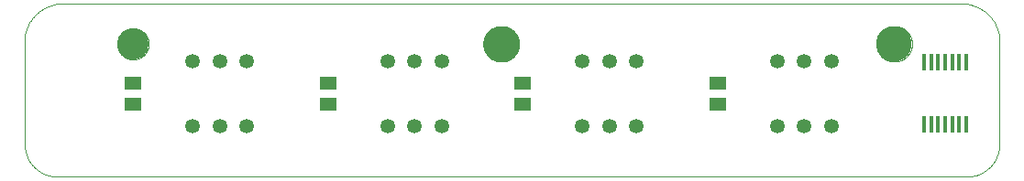
<source format=gts>
G75*
%MOIN*%
%OFA0B0*%
%FSLAX25Y25*%
%IPPOS*%
%LPD*%
%AMOC8*
5,1,8,0,0,1.08239X$1,22.5*
%
%ADD10C,0.00000*%
%ADD11C,0.12992*%
%ADD12C,0.11417*%
%ADD13R,0.05906X0.05118*%
%ADD14R,0.01378X0.06299*%
%ADD15C,0.05315*%
D10*
X0021079Y0005938D02*
X0351787Y0005938D01*
X0352072Y0005941D01*
X0352358Y0005952D01*
X0352643Y0005969D01*
X0352927Y0005993D01*
X0353211Y0006024D01*
X0353494Y0006062D01*
X0353775Y0006107D01*
X0354056Y0006158D01*
X0354336Y0006216D01*
X0354614Y0006281D01*
X0354890Y0006353D01*
X0355164Y0006431D01*
X0355437Y0006516D01*
X0355707Y0006608D01*
X0355975Y0006706D01*
X0356241Y0006810D01*
X0356504Y0006921D01*
X0356764Y0007038D01*
X0357022Y0007161D01*
X0357276Y0007291D01*
X0357527Y0007427D01*
X0357775Y0007568D01*
X0358019Y0007716D01*
X0358260Y0007869D01*
X0358496Y0008029D01*
X0358729Y0008194D01*
X0358958Y0008364D01*
X0359183Y0008540D01*
X0359403Y0008722D01*
X0359619Y0008908D01*
X0359830Y0009100D01*
X0360037Y0009297D01*
X0360239Y0009499D01*
X0360436Y0009706D01*
X0360628Y0009917D01*
X0360814Y0010133D01*
X0360996Y0010353D01*
X0361172Y0010578D01*
X0361342Y0010807D01*
X0361507Y0011040D01*
X0361667Y0011276D01*
X0361820Y0011517D01*
X0361968Y0011761D01*
X0362109Y0012009D01*
X0362245Y0012260D01*
X0362375Y0012514D01*
X0362498Y0012772D01*
X0362615Y0013032D01*
X0362726Y0013295D01*
X0362830Y0013561D01*
X0362928Y0013829D01*
X0363020Y0014099D01*
X0363105Y0014372D01*
X0363183Y0014646D01*
X0363255Y0014922D01*
X0363320Y0015200D01*
X0363378Y0015480D01*
X0363429Y0015761D01*
X0363474Y0016042D01*
X0363512Y0016325D01*
X0363543Y0016609D01*
X0363567Y0016893D01*
X0363584Y0017178D01*
X0363595Y0017464D01*
X0363598Y0017749D01*
X0363598Y0053182D01*
X0363598Y0053183D02*
X0363642Y0053516D01*
X0363677Y0053851D01*
X0363704Y0054186D01*
X0363724Y0054522D01*
X0363735Y0054858D01*
X0363738Y0055194D01*
X0363733Y0055530D01*
X0363720Y0055867D01*
X0363698Y0056202D01*
X0363669Y0056537D01*
X0363631Y0056872D01*
X0363586Y0057205D01*
X0363532Y0057537D01*
X0363470Y0057868D01*
X0363401Y0058197D01*
X0363323Y0058524D01*
X0363238Y0058849D01*
X0363144Y0059172D01*
X0363043Y0059493D01*
X0362935Y0059811D01*
X0362818Y0060127D01*
X0362694Y0060440D01*
X0362563Y0060749D01*
X0362424Y0061056D01*
X0362277Y0061358D01*
X0362124Y0061658D01*
X0361963Y0061953D01*
X0361795Y0062245D01*
X0361620Y0062532D01*
X0361438Y0062815D01*
X0361250Y0063093D01*
X0361054Y0063367D01*
X0360852Y0063636D01*
X0360644Y0063900D01*
X0360430Y0064159D01*
X0360209Y0064413D01*
X0359982Y0064662D01*
X0359749Y0064904D01*
X0359511Y0065142D01*
X0359266Y0065373D01*
X0359017Y0065598D01*
X0358762Y0065817D01*
X0358501Y0066030D01*
X0358236Y0066237D01*
X0357965Y0066437D01*
X0357690Y0066631D01*
X0357411Y0066817D01*
X0357127Y0066997D01*
X0356838Y0067171D01*
X0356546Y0067337D01*
X0356249Y0067496D01*
X0355949Y0067647D01*
X0355645Y0067792D01*
X0355338Y0067929D01*
X0355028Y0068059D01*
X0354714Y0068181D01*
X0354398Y0068295D01*
X0354079Y0068402D01*
X0353758Y0068501D01*
X0353434Y0068592D01*
X0353108Y0068676D01*
X0352780Y0068751D01*
X0352451Y0068819D01*
X0352120Y0068879D01*
X0351787Y0068930D01*
X0021079Y0068930D01*
X0020746Y0068879D01*
X0020415Y0068819D01*
X0020086Y0068751D01*
X0019758Y0068676D01*
X0019432Y0068592D01*
X0019108Y0068501D01*
X0018787Y0068402D01*
X0018468Y0068295D01*
X0018152Y0068181D01*
X0017838Y0068059D01*
X0017528Y0067929D01*
X0017221Y0067792D01*
X0016917Y0067647D01*
X0016617Y0067496D01*
X0016320Y0067337D01*
X0016028Y0067171D01*
X0015739Y0066997D01*
X0015455Y0066817D01*
X0015176Y0066631D01*
X0014901Y0066437D01*
X0014630Y0066237D01*
X0014365Y0066030D01*
X0014104Y0065817D01*
X0013849Y0065598D01*
X0013600Y0065373D01*
X0013355Y0065142D01*
X0013117Y0064904D01*
X0012884Y0064662D01*
X0012657Y0064413D01*
X0012436Y0064159D01*
X0012222Y0063900D01*
X0012014Y0063636D01*
X0011812Y0063367D01*
X0011616Y0063093D01*
X0011428Y0062815D01*
X0011246Y0062532D01*
X0011071Y0062245D01*
X0010903Y0061953D01*
X0010742Y0061658D01*
X0010589Y0061358D01*
X0010442Y0061056D01*
X0010303Y0060749D01*
X0010172Y0060440D01*
X0010048Y0060127D01*
X0009931Y0059811D01*
X0009823Y0059493D01*
X0009722Y0059172D01*
X0009628Y0058849D01*
X0009543Y0058524D01*
X0009465Y0058197D01*
X0009396Y0057868D01*
X0009334Y0057537D01*
X0009280Y0057205D01*
X0009235Y0056872D01*
X0009197Y0056537D01*
X0009168Y0056202D01*
X0009146Y0055867D01*
X0009133Y0055530D01*
X0009128Y0055194D01*
X0009131Y0054858D01*
X0009142Y0054522D01*
X0009162Y0054186D01*
X0009189Y0053851D01*
X0009224Y0053516D01*
X0009268Y0053183D01*
X0009268Y0053182D02*
X0009268Y0017749D01*
X0009271Y0017464D01*
X0009282Y0017178D01*
X0009299Y0016893D01*
X0009323Y0016609D01*
X0009354Y0016325D01*
X0009392Y0016042D01*
X0009437Y0015761D01*
X0009488Y0015480D01*
X0009546Y0015200D01*
X0009611Y0014922D01*
X0009683Y0014646D01*
X0009761Y0014372D01*
X0009846Y0014099D01*
X0009938Y0013829D01*
X0010036Y0013561D01*
X0010140Y0013295D01*
X0010251Y0013032D01*
X0010368Y0012772D01*
X0010491Y0012514D01*
X0010621Y0012260D01*
X0010757Y0012009D01*
X0010898Y0011761D01*
X0011046Y0011517D01*
X0011199Y0011276D01*
X0011359Y0011040D01*
X0011524Y0010807D01*
X0011694Y0010578D01*
X0011870Y0010353D01*
X0012052Y0010133D01*
X0012238Y0009917D01*
X0012430Y0009706D01*
X0012627Y0009499D01*
X0012829Y0009297D01*
X0013036Y0009100D01*
X0013247Y0008908D01*
X0013463Y0008722D01*
X0013683Y0008540D01*
X0013908Y0008364D01*
X0014137Y0008194D01*
X0014370Y0008029D01*
X0014606Y0007869D01*
X0014847Y0007716D01*
X0015091Y0007568D01*
X0015339Y0007427D01*
X0015590Y0007291D01*
X0015844Y0007161D01*
X0016102Y0007038D01*
X0016362Y0006921D01*
X0016625Y0006810D01*
X0016891Y0006706D01*
X0017159Y0006608D01*
X0017429Y0006516D01*
X0017702Y0006431D01*
X0017976Y0006353D01*
X0018252Y0006281D01*
X0018530Y0006216D01*
X0018810Y0006158D01*
X0019091Y0006107D01*
X0019372Y0006062D01*
X0019655Y0006024D01*
X0019939Y0005993D01*
X0020223Y0005969D01*
X0020508Y0005952D01*
X0020794Y0005941D01*
X0021079Y0005938D01*
X0042929Y0054363D02*
X0042931Y0054514D01*
X0042937Y0054664D01*
X0042947Y0054815D01*
X0042961Y0054965D01*
X0042979Y0055114D01*
X0043000Y0055264D01*
X0043026Y0055412D01*
X0043056Y0055560D01*
X0043089Y0055707D01*
X0043127Y0055853D01*
X0043168Y0055998D01*
X0043213Y0056142D01*
X0043262Y0056284D01*
X0043315Y0056425D01*
X0043371Y0056565D01*
X0043431Y0056703D01*
X0043494Y0056840D01*
X0043562Y0056975D01*
X0043632Y0057108D01*
X0043706Y0057239D01*
X0043784Y0057368D01*
X0043865Y0057495D01*
X0043949Y0057620D01*
X0044037Y0057743D01*
X0044128Y0057863D01*
X0044222Y0057981D01*
X0044319Y0058096D01*
X0044419Y0058209D01*
X0044522Y0058319D01*
X0044628Y0058426D01*
X0044737Y0058531D01*
X0044848Y0058632D01*
X0044962Y0058731D01*
X0045078Y0058826D01*
X0045198Y0058919D01*
X0045319Y0059008D01*
X0045443Y0059094D01*
X0045569Y0059177D01*
X0045697Y0059256D01*
X0045827Y0059332D01*
X0045959Y0059405D01*
X0046093Y0059473D01*
X0046229Y0059539D01*
X0046367Y0059601D01*
X0046506Y0059659D01*
X0046646Y0059713D01*
X0046788Y0059764D01*
X0046931Y0059811D01*
X0047076Y0059854D01*
X0047221Y0059893D01*
X0047368Y0059929D01*
X0047515Y0059960D01*
X0047663Y0059988D01*
X0047812Y0060012D01*
X0047961Y0060032D01*
X0048111Y0060048D01*
X0048261Y0060060D01*
X0048412Y0060068D01*
X0048563Y0060072D01*
X0048713Y0060072D01*
X0048864Y0060068D01*
X0049015Y0060060D01*
X0049165Y0060048D01*
X0049315Y0060032D01*
X0049464Y0060012D01*
X0049613Y0059988D01*
X0049761Y0059960D01*
X0049908Y0059929D01*
X0050055Y0059893D01*
X0050200Y0059854D01*
X0050345Y0059811D01*
X0050488Y0059764D01*
X0050630Y0059713D01*
X0050770Y0059659D01*
X0050909Y0059601D01*
X0051047Y0059539D01*
X0051183Y0059473D01*
X0051317Y0059405D01*
X0051449Y0059332D01*
X0051579Y0059256D01*
X0051707Y0059177D01*
X0051833Y0059094D01*
X0051957Y0059008D01*
X0052078Y0058919D01*
X0052198Y0058826D01*
X0052314Y0058731D01*
X0052428Y0058632D01*
X0052539Y0058531D01*
X0052648Y0058426D01*
X0052754Y0058319D01*
X0052857Y0058209D01*
X0052957Y0058096D01*
X0053054Y0057981D01*
X0053148Y0057863D01*
X0053239Y0057743D01*
X0053327Y0057620D01*
X0053411Y0057495D01*
X0053492Y0057368D01*
X0053570Y0057239D01*
X0053644Y0057108D01*
X0053714Y0056975D01*
X0053782Y0056840D01*
X0053845Y0056703D01*
X0053905Y0056565D01*
X0053961Y0056425D01*
X0054014Y0056284D01*
X0054063Y0056142D01*
X0054108Y0055998D01*
X0054149Y0055853D01*
X0054187Y0055707D01*
X0054220Y0055560D01*
X0054250Y0055412D01*
X0054276Y0055264D01*
X0054297Y0055114D01*
X0054315Y0054965D01*
X0054329Y0054815D01*
X0054339Y0054664D01*
X0054345Y0054514D01*
X0054347Y0054363D01*
X0054345Y0054212D01*
X0054339Y0054062D01*
X0054329Y0053911D01*
X0054315Y0053761D01*
X0054297Y0053612D01*
X0054276Y0053462D01*
X0054250Y0053314D01*
X0054220Y0053166D01*
X0054187Y0053019D01*
X0054149Y0052873D01*
X0054108Y0052728D01*
X0054063Y0052584D01*
X0054014Y0052442D01*
X0053961Y0052301D01*
X0053905Y0052161D01*
X0053845Y0052023D01*
X0053782Y0051886D01*
X0053714Y0051751D01*
X0053644Y0051618D01*
X0053570Y0051487D01*
X0053492Y0051358D01*
X0053411Y0051231D01*
X0053327Y0051106D01*
X0053239Y0050983D01*
X0053148Y0050863D01*
X0053054Y0050745D01*
X0052957Y0050630D01*
X0052857Y0050517D01*
X0052754Y0050407D01*
X0052648Y0050300D01*
X0052539Y0050195D01*
X0052428Y0050094D01*
X0052314Y0049995D01*
X0052198Y0049900D01*
X0052078Y0049807D01*
X0051957Y0049718D01*
X0051833Y0049632D01*
X0051707Y0049549D01*
X0051579Y0049470D01*
X0051449Y0049394D01*
X0051317Y0049321D01*
X0051183Y0049253D01*
X0051047Y0049187D01*
X0050909Y0049125D01*
X0050770Y0049067D01*
X0050630Y0049013D01*
X0050488Y0048962D01*
X0050345Y0048915D01*
X0050200Y0048872D01*
X0050055Y0048833D01*
X0049908Y0048797D01*
X0049761Y0048766D01*
X0049613Y0048738D01*
X0049464Y0048714D01*
X0049315Y0048694D01*
X0049165Y0048678D01*
X0049015Y0048666D01*
X0048864Y0048658D01*
X0048713Y0048654D01*
X0048563Y0048654D01*
X0048412Y0048658D01*
X0048261Y0048666D01*
X0048111Y0048678D01*
X0047961Y0048694D01*
X0047812Y0048714D01*
X0047663Y0048738D01*
X0047515Y0048766D01*
X0047368Y0048797D01*
X0047221Y0048833D01*
X0047076Y0048872D01*
X0046931Y0048915D01*
X0046788Y0048962D01*
X0046646Y0049013D01*
X0046506Y0049067D01*
X0046367Y0049125D01*
X0046229Y0049187D01*
X0046093Y0049253D01*
X0045959Y0049321D01*
X0045827Y0049394D01*
X0045697Y0049470D01*
X0045569Y0049549D01*
X0045443Y0049632D01*
X0045319Y0049718D01*
X0045198Y0049807D01*
X0045078Y0049900D01*
X0044962Y0049995D01*
X0044848Y0050094D01*
X0044737Y0050195D01*
X0044628Y0050300D01*
X0044522Y0050407D01*
X0044419Y0050517D01*
X0044319Y0050630D01*
X0044222Y0050745D01*
X0044128Y0050863D01*
X0044037Y0050983D01*
X0043949Y0051106D01*
X0043865Y0051231D01*
X0043784Y0051358D01*
X0043706Y0051487D01*
X0043632Y0051618D01*
X0043562Y0051751D01*
X0043494Y0051886D01*
X0043431Y0052023D01*
X0043371Y0052161D01*
X0043315Y0052301D01*
X0043262Y0052442D01*
X0043213Y0052584D01*
X0043168Y0052728D01*
X0043127Y0052873D01*
X0043089Y0053019D01*
X0043056Y0053166D01*
X0043026Y0053314D01*
X0043000Y0053462D01*
X0042979Y0053612D01*
X0042961Y0053761D01*
X0042947Y0053911D01*
X0042937Y0054062D01*
X0042931Y0054212D01*
X0042929Y0054363D01*
X0176000Y0054363D02*
X0176002Y0054524D01*
X0176008Y0054684D01*
X0176018Y0054845D01*
X0176032Y0055005D01*
X0176050Y0055164D01*
X0176071Y0055324D01*
X0176097Y0055482D01*
X0176127Y0055640D01*
X0176160Y0055797D01*
X0176198Y0055954D01*
X0176239Y0056109D01*
X0176284Y0056263D01*
X0176333Y0056416D01*
X0176386Y0056568D01*
X0176442Y0056718D01*
X0176502Y0056867D01*
X0176566Y0057015D01*
X0176633Y0057161D01*
X0176704Y0057305D01*
X0176779Y0057447D01*
X0176857Y0057588D01*
X0176938Y0057726D01*
X0177023Y0057863D01*
X0177112Y0057997D01*
X0177203Y0058129D01*
X0177298Y0058259D01*
X0177396Y0058386D01*
X0177497Y0058511D01*
X0177601Y0058634D01*
X0177708Y0058753D01*
X0177818Y0058870D01*
X0177931Y0058985D01*
X0178047Y0059096D01*
X0178165Y0059205D01*
X0178286Y0059310D01*
X0178410Y0059413D01*
X0178536Y0059513D01*
X0178665Y0059609D01*
X0178796Y0059702D01*
X0178929Y0059792D01*
X0179064Y0059879D01*
X0179202Y0059962D01*
X0179341Y0060041D01*
X0179483Y0060118D01*
X0179626Y0060191D01*
X0179771Y0060260D01*
X0179918Y0060325D01*
X0180066Y0060387D01*
X0180216Y0060446D01*
X0180367Y0060500D01*
X0180519Y0060551D01*
X0180673Y0060598D01*
X0180828Y0060641D01*
X0180983Y0060680D01*
X0181140Y0060716D01*
X0181298Y0060748D01*
X0181456Y0060775D01*
X0181615Y0060799D01*
X0181774Y0060819D01*
X0181934Y0060835D01*
X0182095Y0060847D01*
X0182255Y0060855D01*
X0182416Y0060859D01*
X0182576Y0060859D01*
X0182737Y0060855D01*
X0182897Y0060847D01*
X0183058Y0060835D01*
X0183218Y0060819D01*
X0183377Y0060799D01*
X0183536Y0060775D01*
X0183694Y0060748D01*
X0183852Y0060716D01*
X0184009Y0060680D01*
X0184164Y0060641D01*
X0184319Y0060598D01*
X0184473Y0060551D01*
X0184625Y0060500D01*
X0184776Y0060446D01*
X0184926Y0060387D01*
X0185074Y0060325D01*
X0185221Y0060260D01*
X0185366Y0060191D01*
X0185509Y0060118D01*
X0185651Y0060041D01*
X0185790Y0059962D01*
X0185928Y0059879D01*
X0186063Y0059792D01*
X0186196Y0059702D01*
X0186327Y0059609D01*
X0186456Y0059513D01*
X0186582Y0059413D01*
X0186706Y0059310D01*
X0186827Y0059205D01*
X0186945Y0059096D01*
X0187061Y0058985D01*
X0187174Y0058870D01*
X0187284Y0058753D01*
X0187391Y0058634D01*
X0187495Y0058511D01*
X0187596Y0058386D01*
X0187694Y0058259D01*
X0187789Y0058129D01*
X0187880Y0057997D01*
X0187969Y0057863D01*
X0188054Y0057726D01*
X0188135Y0057588D01*
X0188213Y0057447D01*
X0188288Y0057305D01*
X0188359Y0057161D01*
X0188426Y0057015D01*
X0188490Y0056867D01*
X0188550Y0056718D01*
X0188606Y0056568D01*
X0188659Y0056416D01*
X0188708Y0056263D01*
X0188753Y0056109D01*
X0188794Y0055954D01*
X0188832Y0055797D01*
X0188865Y0055640D01*
X0188895Y0055482D01*
X0188921Y0055324D01*
X0188942Y0055164D01*
X0188960Y0055005D01*
X0188974Y0054845D01*
X0188984Y0054684D01*
X0188990Y0054524D01*
X0188992Y0054363D01*
X0188990Y0054202D01*
X0188984Y0054042D01*
X0188974Y0053881D01*
X0188960Y0053721D01*
X0188942Y0053562D01*
X0188921Y0053402D01*
X0188895Y0053244D01*
X0188865Y0053086D01*
X0188832Y0052929D01*
X0188794Y0052772D01*
X0188753Y0052617D01*
X0188708Y0052463D01*
X0188659Y0052310D01*
X0188606Y0052158D01*
X0188550Y0052008D01*
X0188490Y0051859D01*
X0188426Y0051711D01*
X0188359Y0051565D01*
X0188288Y0051421D01*
X0188213Y0051279D01*
X0188135Y0051138D01*
X0188054Y0051000D01*
X0187969Y0050863D01*
X0187880Y0050729D01*
X0187789Y0050597D01*
X0187694Y0050467D01*
X0187596Y0050340D01*
X0187495Y0050215D01*
X0187391Y0050092D01*
X0187284Y0049973D01*
X0187174Y0049856D01*
X0187061Y0049741D01*
X0186945Y0049630D01*
X0186827Y0049521D01*
X0186706Y0049416D01*
X0186582Y0049313D01*
X0186456Y0049213D01*
X0186327Y0049117D01*
X0186196Y0049024D01*
X0186063Y0048934D01*
X0185928Y0048847D01*
X0185790Y0048764D01*
X0185651Y0048685D01*
X0185509Y0048608D01*
X0185366Y0048535D01*
X0185221Y0048466D01*
X0185074Y0048401D01*
X0184926Y0048339D01*
X0184776Y0048280D01*
X0184625Y0048226D01*
X0184473Y0048175D01*
X0184319Y0048128D01*
X0184164Y0048085D01*
X0184009Y0048046D01*
X0183852Y0048010D01*
X0183694Y0047978D01*
X0183536Y0047951D01*
X0183377Y0047927D01*
X0183218Y0047907D01*
X0183058Y0047891D01*
X0182897Y0047879D01*
X0182737Y0047871D01*
X0182576Y0047867D01*
X0182416Y0047867D01*
X0182255Y0047871D01*
X0182095Y0047879D01*
X0181934Y0047891D01*
X0181774Y0047907D01*
X0181615Y0047927D01*
X0181456Y0047951D01*
X0181298Y0047978D01*
X0181140Y0048010D01*
X0180983Y0048046D01*
X0180828Y0048085D01*
X0180673Y0048128D01*
X0180519Y0048175D01*
X0180367Y0048226D01*
X0180216Y0048280D01*
X0180066Y0048339D01*
X0179918Y0048401D01*
X0179771Y0048466D01*
X0179626Y0048535D01*
X0179483Y0048608D01*
X0179341Y0048685D01*
X0179202Y0048764D01*
X0179064Y0048847D01*
X0178929Y0048934D01*
X0178796Y0049024D01*
X0178665Y0049117D01*
X0178536Y0049213D01*
X0178410Y0049313D01*
X0178286Y0049416D01*
X0178165Y0049521D01*
X0178047Y0049630D01*
X0177931Y0049741D01*
X0177818Y0049856D01*
X0177708Y0049973D01*
X0177601Y0050092D01*
X0177497Y0050215D01*
X0177396Y0050340D01*
X0177298Y0050467D01*
X0177203Y0050597D01*
X0177112Y0050729D01*
X0177023Y0050863D01*
X0176938Y0051000D01*
X0176857Y0051138D01*
X0176779Y0051279D01*
X0176704Y0051421D01*
X0176633Y0051565D01*
X0176566Y0051711D01*
X0176502Y0051859D01*
X0176442Y0052008D01*
X0176386Y0052158D01*
X0176333Y0052310D01*
X0176284Y0052463D01*
X0176239Y0052617D01*
X0176198Y0052772D01*
X0176160Y0052929D01*
X0176127Y0053086D01*
X0176097Y0053244D01*
X0176071Y0053402D01*
X0176050Y0053562D01*
X0176032Y0053721D01*
X0176018Y0053881D01*
X0176008Y0054042D01*
X0176002Y0054202D01*
X0176000Y0054363D01*
X0318913Y0054363D02*
X0318915Y0054524D01*
X0318921Y0054684D01*
X0318931Y0054845D01*
X0318945Y0055005D01*
X0318963Y0055164D01*
X0318984Y0055324D01*
X0319010Y0055482D01*
X0319040Y0055640D01*
X0319073Y0055797D01*
X0319111Y0055954D01*
X0319152Y0056109D01*
X0319197Y0056263D01*
X0319246Y0056416D01*
X0319299Y0056568D01*
X0319355Y0056718D01*
X0319415Y0056867D01*
X0319479Y0057015D01*
X0319546Y0057161D01*
X0319617Y0057305D01*
X0319692Y0057447D01*
X0319770Y0057588D01*
X0319851Y0057726D01*
X0319936Y0057863D01*
X0320025Y0057997D01*
X0320116Y0058129D01*
X0320211Y0058259D01*
X0320309Y0058386D01*
X0320410Y0058511D01*
X0320514Y0058634D01*
X0320621Y0058753D01*
X0320731Y0058870D01*
X0320844Y0058985D01*
X0320960Y0059096D01*
X0321078Y0059205D01*
X0321199Y0059310D01*
X0321323Y0059413D01*
X0321449Y0059513D01*
X0321578Y0059609D01*
X0321709Y0059702D01*
X0321842Y0059792D01*
X0321977Y0059879D01*
X0322115Y0059962D01*
X0322254Y0060041D01*
X0322396Y0060118D01*
X0322539Y0060191D01*
X0322684Y0060260D01*
X0322831Y0060325D01*
X0322979Y0060387D01*
X0323129Y0060446D01*
X0323280Y0060500D01*
X0323432Y0060551D01*
X0323586Y0060598D01*
X0323741Y0060641D01*
X0323896Y0060680D01*
X0324053Y0060716D01*
X0324211Y0060748D01*
X0324369Y0060775D01*
X0324528Y0060799D01*
X0324687Y0060819D01*
X0324847Y0060835D01*
X0325008Y0060847D01*
X0325168Y0060855D01*
X0325329Y0060859D01*
X0325489Y0060859D01*
X0325650Y0060855D01*
X0325810Y0060847D01*
X0325971Y0060835D01*
X0326131Y0060819D01*
X0326290Y0060799D01*
X0326449Y0060775D01*
X0326607Y0060748D01*
X0326765Y0060716D01*
X0326922Y0060680D01*
X0327077Y0060641D01*
X0327232Y0060598D01*
X0327386Y0060551D01*
X0327538Y0060500D01*
X0327689Y0060446D01*
X0327839Y0060387D01*
X0327987Y0060325D01*
X0328134Y0060260D01*
X0328279Y0060191D01*
X0328422Y0060118D01*
X0328564Y0060041D01*
X0328703Y0059962D01*
X0328841Y0059879D01*
X0328976Y0059792D01*
X0329109Y0059702D01*
X0329240Y0059609D01*
X0329369Y0059513D01*
X0329495Y0059413D01*
X0329619Y0059310D01*
X0329740Y0059205D01*
X0329858Y0059096D01*
X0329974Y0058985D01*
X0330087Y0058870D01*
X0330197Y0058753D01*
X0330304Y0058634D01*
X0330408Y0058511D01*
X0330509Y0058386D01*
X0330607Y0058259D01*
X0330702Y0058129D01*
X0330793Y0057997D01*
X0330882Y0057863D01*
X0330967Y0057726D01*
X0331048Y0057588D01*
X0331126Y0057447D01*
X0331201Y0057305D01*
X0331272Y0057161D01*
X0331339Y0057015D01*
X0331403Y0056867D01*
X0331463Y0056718D01*
X0331519Y0056568D01*
X0331572Y0056416D01*
X0331621Y0056263D01*
X0331666Y0056109D01*
X0331707Y0055954D01*
X0331745Y0055797D01*
X0331778Y0055640D01*
X0331808Y0055482D01*
X0331834Y0055324D01*
X0331855Y0055164D01*
X0331873Y0055005D01*
X0331887Y0054845D01*
X0331897Y0054684D01*
X0331903Y0054524D01*
X0331905Y0054363D01*
X0331903Y0054202D01*
X0331897Y0054042D01*
X0331887Y0053881D01*
X0331873Y0053721D01*
X0331855Y0053562D01*
X0331834Y0053402D01*
X0331808Y0053244D01*
X0331778Y0053086D01*
X0331745Y0052929D01*
X0331707Y0052772D01*
X0331666Y0052617D01*
X0331621Y0052463D01*
X0331572Y0052310D01*
X0331519Y0052158D01*
X0331463Y0052008D01*
X0331403Y0051859D01*
X0331339Y0051711D01*
X0331272Y0051565D01*
X0331201Y0051421D01*
X0331126Y0051279D01*
X0331048Y0051138D01*
X0330967Y0051000D01*
X0330882Y0050863D01*
X0330793Y0050729D01*
X0330702Y0050597D01*
X0330607Y0050467D01*
X0330509Y0050340D01*
X0330408Y0050215D01*
X0330304Y0050092D01*
X0330197Y0049973D01*
X0330087Y0049856D01*
X0329974Y0049741D01*
X0329858Y0049630D01*
X0329740Y0049521D01*
X0329619Y0049416D01*
X0329495Y0049313D01*
X0329369Y0049213D01*
X0329240Y0049117D01*
X0329109Y0049024D01*
X0328976Y0048934D01*
X0328841Y0048847D01*
X0328703Y0048764D01*
X0328564Y0048685D01*
X0328422Y0048608D01*
X0328279Y0048535D01*
X0328134Y0048466D01*
X0327987Y0048401D01*
X0327839Y0048339D01*
X0327689Y0048280D01*
X0327538Y0048226D01*
X0327386Y0048175D01*
X0327232Y0048128D01*
X0327077Y0048085D01*
X0326922Y0048046D01*
X0326765Y0048010D01*
X0326607Y0047978D01*
X0326449Y0047951D01*
X0326290Y0047927D01*
X0326131Y0047907D01*
X0325971Y0047891D01*
X0325810Y0047879D01*
X0325650Y0047871D01*
X0325489Y0047867D01*
X0325329Y0047867D01*
X0325168Y0047871D01*
X0325008Y0047879D01*
X0324847Y0047891D01*
X0324687Y0047907D01*
X0324528Y0047927D01*
X0324369Y0047951D01*
X0324211Y0047978D01*
X0324053Y0048010D01*
X0323896Y0048046D01*
X0323741Y0048085D01*
X0323586Y0048128D01*
X0323432Y0048175D01*
X0323280Y0048226D01*
X0323129Y0048280D01*
X0322979Y0048339D01*
X0322831Y0048401D01*
X0322684Y0048466D01*
X0322539Y0048535D01*
X0322396Y0048608D01*
X0322254Y0048685D01*
X0322115Y0048764D01*
X0321977Y0048847D01*
X0321842Y0048934D01*
X0321709Y0049024D01*
X0321578Y0049117D01*
X0321449Y0049213D01*
X0321323Y0049313D01*
X0321199Y0049416D01*
X0321078Y0049521D01*
X0320960Y0049630D01*
X0320844Y0049741D01*
X0320731Y0049856D01*
X0320621Y0049973D01*
X0320514Y0050092D01*
X0320410Y0050215D01*
X0320309Y0050340D01*
X0320211Y0050467D01*
X0320116Y0050597D01*
X0320025Y0050729D01*
X0319936Y0050863D01*
X0319851Y0051000D01*
X0319770Y0051138D01*
X0319692Y0051279D01*
X0319617Y0051421D01*
X0319546Y0051565D01*
X0319479Y0051711D01*
X0319415Y0051859D01*
X0319355Y0052008D01*
X0319299Y0052158D01*
X0319246Y0052310D01*
X0319197Y0052463D01*
X0319152Y0052617D01*
X0319111Y0052772D01*
X0319073Y0052929D01*
X0319040Y0053086D01*
X0319010Y0053244D01*
X0318984Y0053402D01*
X0318963Y0053562D01*
X0318945Y0053721D01*
X0318931Y0053881D01*
X0318921Y0054042D01*
X0318915Y0054202D01*
X0318913Y0054363D01*
D11*
X0325409Y0054363D03*
X0182496Y0054363D03*
D12*
X0048638Y0054363D03*
D13*
X0048638Y0039993D03*
X0048638Y0032513D03*
X0119504Y0032513D03*
X0119504Y0039993D03*
X0190370Y0039993D03*
X0190370Y0032513D03*
X0261236Y0032513D03*
X0261236Y0039993D03*
D14*
X0336236Y0047572D03*
X0338795Y0047572D03*
X0341354Y0047572D03*
X0343913Y0047572D03*
X0346472Y0047572D03*
X0349031Y0047572D03*
X0351591Y0047572D03*
X0351591Y0024934D03*
X0349031Y0024934D03*
X0346472Y0024934D03*
X0343913Y0024934D03*
X0341354Y0024934D03*
X0338795Y0024934D03*
X0336236Y0024934D03*
D15*
X0302575Y0024442D03*
X0292732Y0024442D03*
X0282890Y0024442D03*
X0231709Y0024442D03*
X0221866Y0024442D03*
X0212024Y0024442D03*
X0160843Y0024442D03*
X0151000Y0024442D03*
X0141157Y0024442D03*
X0089976Y0024442D03*
X0080134Y0024442D03*
X0070291Y0024442D03*
X0070291Y0048064D03*
X0080134Y0048064D03*
X0089976Y0048064D03*
X0141157Y0048064D03*
X0151000Y0048064D03*
X0160843Y0048064D03*
X0212024Y0048064D03*
X0221866Y0048064D03*
X0231709Y0048064D03*
X0282890Y0048064D03*
X0292732Y0048064D03*
X0302575Y0048064D03*
M02*

</source>
